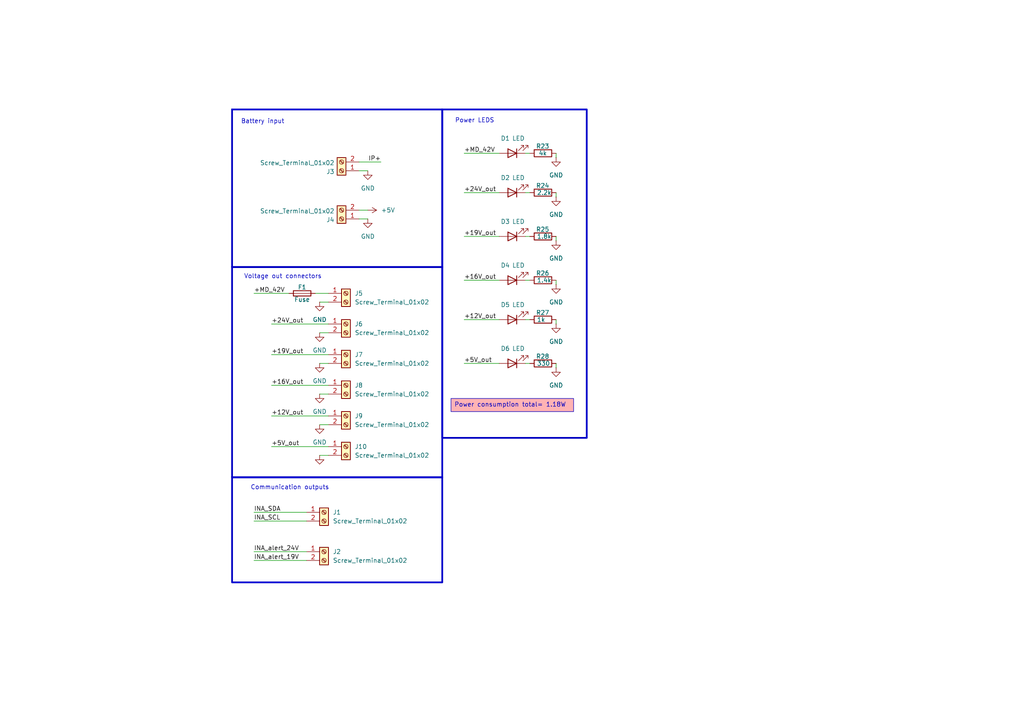
<source format=kicad_sch>
(kicad_sch (version 20231120) (generator "eeschema") (generator_version "8.0")
  (paper "A4")
  (title_block (title "Power distribution pcb") (company "Lapin AMK"))
  (lib_symbols
    (symbol "Connector:Screw_Terminal_01x02" (pin_names (offset 1.016) hide)
      (property "Reference" "J" (at 0 2.54 0))
      (property "Value" "Screw_Terminal_01x02" (at 0 -5.08 0))
      (symbol "Screw_Terminal_01x02_1_1"
        (rectangle (start -1.27 1.27) (end 1.27 -3.81) (stroke (width 0.254)) (fill (type background)))
        (circle (center 0 -2.54) (radius 0.635) (stroke (width 0.1524)))
        (polyline (pts (xy -0.5334 -2.2098) (xy 0.3302 -3.048)) (stroke (width 0.1524)))
        (polyline (pts (xy -0.5334 0.3302) (xy 0.3302 -0.508)) (stroke (width 0.1524)))
        (polyline (pts (xy -0.3556 -2.032) (xy 0.508 -2.8702)) (stroke (width 0.1524)))
        (polyline (pts (xy -0.3556 0.508) (xy 0.508 -0.3302)) (stroke (width 0.1524)))
        (circle (center 0 0) (radius 0.635) (stroke (width 0.1524)))
        (pin passive line (at -5.08 0 0) (length 3.81) (name "Pin_1") (number "1"))
        (pin passive line (at -5.08 -2.54 0) (length 3.81) (name "Pin_2") (number "2"))
      )
    )
    (symbol "Device:Fuse" (pin_numbers hide) (pin_names (offset 0))
      (property "Reference" "F" (at 2.032 0 90))
      (property "Value" "Fuse" (at -1.905 0 90))
      (symbol "Fuse_0_1"
        (rectangle (start -0.762 -2.54) (end 0.762 2.54) (stroke (width 0.254)))
        (polyline (pts (xy 0 2.54) (xy 0 -2.54)))
      )
      (symbol "Fuse_1_1"
        (pin passive line (at 0 3.81 270) (length 1.27) (name "~") (number "1"))
        (pin passive line (at 0 -3.81 90) (length 1.27) (name "~") (number "2"))
      )
    )
    (symbol "Device:LED" (pin_numbers hide) (pin_names (offset 1.016) hide)
      (property "Reference" "D" (at 0 2.54 0))
      (property "Value" "LED" (at 0 -2.54 0))
      (symbol "LED_0_1"
        (polyline (pts (xy -1.27 -1.27) (xy -1.27 1.27)) (stroke (width 0.254)))
        (polyline (pts (xy -1.27 0) (xy 1.27 0)))
        (polyline (pts (xy 1.27 -1.27) (xy 1.27 1.27) (xy -1.27 0) (xy 1.27 -1.27)) (stroke (width 0.254)))
        (polyline (pts (xy -3.048 -0.762) (xy -4.572 -2.286) (xy -3.81 -2.286) (xy -4.572 -2.286) (xy -4.572 -1.524)))
        (polyline (pts (xy -1.778 -0.762) (xy -3.302 -2.286) (xy -2.54 -2.286) (xy -3.302 -2.286) (xy -3.302 -1.524)))
      )
      (symbol "LED_1_1"
        (pin passive line (at -3.81 0 0) (length 2.54) (name "K") (number "1"))
        (pin passive line (at 3.81 0 180) (length 2.54) (name "A") (number "2"))
      )
    )
    (symbol "Device:R" (pin_numbers hide) (pin_names (offset 0))
      (property "Reference" "R" (at 2.032 0 90))
      (property "Value" "R" (at 0 0 90))
      (symbol "R_0_1"
        (rectangle (start -1.016 -2.54) (end 1.016 2.54) (stroke (width 0.254)))
      )
      (symbol "R_1_1"
        (pin passive line (at 0 3.81 270) (length 1.27) (name "~") (number "1"))
        (pin passive line (at 0 -3.81 90) (length 1.27) (name "~") (number "2"))
      )
    )
    (symbol "power:+5V" (power) (pin_numbers hide) (pin_names (offset 0) hide)
      (property "Value" "+5V" (at 0 3.556 0))
      (symbol "+5V_0_1"
        (polyline (pts (xy -0.762 1.27) (xy 0 2.54)))
        (polyline (pts (xy 0 0) (xy 0 2.54)))
        (polyline (pts (xy 0 2.54) (xy 0.762 1.27)))
      )
      (symbol "+5V_1_1"
        (pin power_in line (at 0 0 90) (length 0) (name "~") (number "1"))
      )
    )
    (symbol "power:GND" (power) (pin_numbers hide) (pin_names (offset 0) hide)
      (property "Value" "GND" (at 0 -3.81 0))
      (symbol "GND_0_1"
        (polyline (pts (xy 0 0) (xy 0 -1.27) (xy 1.27 -1.27) (xy 0 -2.54) (xy -1.27 -1.27) (xy 0 -1.27)))
      )
      (symbol "GND_1_1"
        (pin power_in line (at 0 0 270) (length 0) (name "~") (number "1"))
      )
    )
  )
  (wire (pts (xy 152.4 105.41) (xy 153.67 105.41)))
  (wire (pts (xy 134.62 81.28) (xy 144.78 81.28)))
  (wire (pts (xy 92.71 114.3) (xy 95.25 114.3)))
  (wire (pts (xy 92.71 132.08) (xy 95.25 132.08)))
  (wire (pts (xy 104.14 60.96) (xy 106.68 60.96)))
  (wire (pts (xy 152.4 81.28) (xy 153.67 81.28)))
  (wire (pts (xy 92.71 96.52) (xy 95.25 96.52)))
  (wire (pts (xy 134.62 68.58) (xy 144.78 68.58)))
  (wire (pts (xy 161.29 92.71) (xy 161.29 93.98)))
  (wire (pts (xy 78.74 129.54) (xy 95.25 129.54)))
  (wire (pts (xy 134.62 55.88) (xy 144.78 55.88)))
  (wire (pts (xy 104.14 63.5) (xy 106.68 63.5)))
  (wire (pts (xy 91.44 85.09) (xy 95.25 85.09)))
  (wire (pts (xy 134.62 44.45) (xy 144.78 44.45)))
  (wire (pts (xy 73.66 151.13) (xy 88.9 151.13)))
  (wire (pts (xy 152.4 68.58) (xy 153.67 68.58)))
  (wire (pts (xy 152.4 44.45) (xy 153.67 44.45)))
  (wire (pts (xy 92.71 123.19) (xy 95.25 123.19)))
  (wire (pts (xy 152.4 55.88) (xy 153.67 55.88)))
  (wire (pts (xy 161.29 68.58) (xy 161.29 69.85)))
  (wire (pts (xy 134.62 105.41) (xy 144.78 105.41)))
  (wire (pts (xy 161.29 105.41) (xy 161.29 106.68)))
  (wire (pts (xy 92.71 105.41) (xy 95.25 105.41)))
  (wire (pts (xy 73.66 160.02) (xy 88.9 160.02)))
  (wire (pts (xy 73.66 148.59) (xy 88.9 148.59)))
  (wire (pts (xy 161.29 55.88) (xy 161.29 57.15)))
  (wire (pts (xy 73.66 162.56) (xy 88.9 162.56)))
  (wire (pts (xy 73.66 85.09) (xy 83.82 85.09)))
  (wire (pts (xy 106.68 49.53) (xy 104.14 49.53)))
  (wire (pts (xy 78.74 111.76) (xy 95.25 111.76)))
  (wire (pts (xy 104.14 46.99) (xy 110.49 46.99)))
  (wire (pts (xy 161.29 81.28) (xy 161.29 82.55)))
  (wire (pts (xy 161.29 44.45) (xy 161.29 45.72)))
  (wire (pts (xy 134.62 92.71) (xy 144.78 92.71)))
  (wire (pts (xy 78.74 102.87) (xy 95.25 102.87)))
  (wire (pts (xy 92.71 87.63) (xy 95.25 87.63)))
  (wire (pts (xy 78.74 93.98) (xy 95.25 93.98)))
  (wire (pts (xy 152.4 92.71) (xy 153.67 92.71)))
  (wire (pts (xy 78.74 120.65) (xy 95.25 120.65)))
  (rectangle (start 128.27 31.75) (end 170.18 127) (stroke (width 0.508)))
  (rectangle (start 67.31 77.47) (end 128.27 138.43) (stroke (width 0.508)))
  (rectangle (start 67.31 138.43) (end 128.27 168.91) (stroke (width 0.508)))
  (rectangle (start 67.31 31.75) (end 128.27 77.47) (stroke (width 0.508)))
  (text_box "Power consumption total= 1.18W\n\n" (at 130.81 115.57 0) (size 35.56 3.81) (fill (type color) (color 255 0 0 0.3)) (effects (font (size 1.27 1.27)) (justify left top)))
  (text "Power LEDS\n" (at 137.668 35.052 0) (effects (font (size 1.27 1.27))))
  (text "Communication outputs\n" (at 84.074 141.478 0) (effects (font (size 1.27 1.27))))
  (text "Voltage out connectors\n" (at 82.042 80.264 0) (effects (font (size 1.27 1.27))))
  (text "Battery input\n" (at 76.2 35.306 0) (effects (font (size 1.27 1.27))))
  (label "+16V_out" (at 134.62 81.28 0))
  (label "+19V_out" (at 78.74 102.87 0))
  (label "INA_SDA" (at 73.66 148.59 0))
  (label "+5V_out" (at 78.74 129.54 0))
  (label "+12V_out" (at 134.62 92.71 0))
  (label "INA_alert_24V" (at 73.66 160.02 0))
  (label "+5V_out" (at 134.62 105.41 0))
  (label "IP+" (at 110.49 46.99 180))
  (label "INA_alert_19V" (at 73.66 162.56 0))
  (label "INA_SCL" (at 73.66 151.13 0))
  (label "+16V_out" (at 78.74 111.76 0))
  (label "+19V_out" (at 134.62 68.58 0))
  (label "+24V_out" (at 134.62 55.88 0))
  (label "+MD_42V" (at 73.66 85.09 0))
  (label "+MD_42V" (at 134.62 44.45 0))
  (label "+24V_out" (at 78.74 93.98 0))
  (label "+12V_out" (at 78.74 120.65 0))
  (symbol (lib_id "Connector:Screw_Terminal_01x02") (at 99.06 63.5 180) (unit 1)
    (property "Reference" "J4" (at 97.028 63.754 0) (effects (justify left)))
    (property "Value" "Screw_Terminal_01x02" (at 97.028 61.214 0) (effects (justify left)))
    (property "Description" "Generic screw terminal, single row, 01x02, script generated (kicad-library-utils/schlib/autogen/connector/)" (effects (hide yes)))
  )
  (symbol (lib_id "Connector:Screw_Terminal_01x02") (at 93.98 160.02 0) (unit 1)
    (property "Reference" "J2" (at 96.52 160.0199 0) (effects (justify left)))
    (property "Value" "Screw_Terminal_01x02" (at 96.52 162.5599 0) (effects (justify left)))
    (property "Description" "Generic screw terminal, single row, 01x02, script generated (kicad-library-utils/schlib/autogen/connector/)" (effects (hide yes)))
  )
  (symbol (lib_id "Device:LED") (at 148.59 55.88 180) (unit 1)
    (property "Reference" "D2" (at 146.558 51.562 0))
    (property "Value" "LED" (at 150.368 51.562 0))
    (property "Footprint" "LED_SMD:LED_0603_1608Metric_Pad1.05x0.95mm_HandSolder" (effects (hide yes)))
    (property "Description" "Light emitting diode" (effects (hide yes)))
  )
  (symbol (lib_id "Device:Fuse") (at 87.63 85.09 90) (unit 1)
    (property "Reference" "F1" (at 87.63 83.312 90))
    (property "Value" "Fuse" (at 87.63 86.868 90))
    (property "Description" "Fuse" (effects (hide yes)))
  )
  (symbol (lib_id "power:GND") (at 92.71 132.08 0) (unit 1)
    (property "Reference" "#PWR030" (effects (hide yes)))
    (property "Value" "GND" (effects (hide yes)))
    (property "Description" "Power symbol creates a global label with name \"GND\" , ground" (effects (hide yes)))
  )
  (symbol (lib_id "power:GND") (at 106.68 49.53 0) (unit 1)
    (property "Reference" "#PWR031" (effects (hide yes)))
    (property "Value" "GND" (at 106.68 54.61 0))
    (property "Description" "Power symbol creates a global label with name \"GND\" , ground" (effects (hide yes)))
  )
  (symbol (lib_id "Connector:Screw_Terminal_01x02") (at 100.33 102.87 0) (unit 1)
    (property "Reference" "J7" (at 102.87 102.8699 0) (effects (justify left)))
    (property "Value" "Screw_Terminal_01x02" (at 102.87 105.4099 0) (effects (justify left)))
    (property "Description" "Generic screw terminal, single row, 01x02, script generated (kicad-library-utils/schlib/autogen/connector/)" (effects (hide yes)))
  )
  (symbol (lib_id "power:GND") (at 92.71 105.41 0) (unit 1)
    (property "Reference" "#PWR03" (effects (hide yes)))
    (property "Value" "GND" (at 92.71 110.49 0))
    (property "Description" "Power symbol creates a global label with name \"GND\" , ground" (effects (hide yes)))
  )
  (symbol (lib_id "Device:R") (at 157.48 92.71 270) (unit 1)
    (property "Reference" "R27" (at 155.448 90.678 90) (effects (justify left)))
    (property "Value" "1k" (at 155.702 92.71 90) (effects (justify left)))
    (property "Footprint" "Resistor_SMD:R_0603_1608Metric_Pad0.98x0.95mm_HandSolder" (effects (hide yes)))
    (property "Description" "Resistor" (effects (hide yes)))
  )
  (symbol (lib_id "Connector:Screw_Terminal_01x02") (at 100.33 85.09 0) (unit 1)
    (property "Reference" "J5" (at 102.87 85.0899 0) (effects (justify left)))
    (property "Value" "Screw_Terminal_01x02" (at 102.87 87.6299 0) (effects (justify left)))
    (property "Description" "Generic screw terminal, single row, 01x02, script generated (kicad-library-utils/schlib/autogen/connector/)" (effects (hide yes)))
  )
  (symbol (lib_id "Connector:Screw_Terminal_01x02") (at 100.33 129.54 0) (unit 1)
    (property "Reference" "J10" (at 102.87 129.5399 0) (effects (justify left)))
    (property "Value" "Screw_Terminal_01x02" (at 102.87 132.0799 0) (effects (justify left)))
    (property "Description" "Generic screw terminal, single row, 01x02, script generated (kicad-library-utils/schlib/autogen/connector/)" (effects (hide yes)))
  )
  (symbol (lib_id "power:GND") (at 92.71 96.52 0) (unit 1)
    (property "Reference" "#PWR02" (effects (hide yes)))
    (property "Value" "GND" (at 92.71 101.6 0))
    (property "Description" "Power symbol creates a global label with name \"GND\" , ground" (effects (hide yes)))
  )
  (symbol (lib_id "Connector:Screw_Terminal_01x02") (at 99.06 49.53 180) (unit 1)
    (property "Reference" "J3" (at 97.028 49.784 0) (effects (justify left)))
    (property "Value" "Screw_Terminal_01x02" (at 97.028 47.244 0) (effects (justify left)))
    (property "Description" "Generic screw terminal, single row, 01x02, script generated (kicad-library-utils/schlib/autogen/connector/)" (effects (hide yes)))
  )
  (symbol (lib_id "Device:LED") (at 148.59 92.71 180) (unit 1)
    (property "Reference" "D5" (at 146.558 88.392 0))
    (property "Value" "LED" (at 150.368 88.392 0))
    (property "Footprint" "LED_SMD:LED_0603_1608Metric_Pad1.05x0.95mm_HandSolder" (effects (hide yes)))
    (property "Description" "Light emitting diode" (effects (hide yes)))
  )
  (symbol (lib_id "Device:LED") (at 148.59 44.45 180) (unit 1)
    (property "Reference" "D1" (at 146.558 40.132 0))
    (property "Value" "LED" (at 150.368 40.132 0))
    (property "Footprint" "LED_SMD:LED_0603_1608Metric_Pad1.05x0.95mm_HandSolder" (effects (hide yes)))
    (property "Description" "Light emitting diode" (effects (hide yes)))
  )
  (symbol (lib_id "Device:LED") (at 148.59 105.41 180) (unit 1)
    (property "Reference" "D6" (at 146.558 101.092 0))
    (property "Value" "LED" (at 150.368 101.092 0))
    (property "Footprint" "LED_SMD:LED_0603_1608Metric_Pad1.05x0.95mm_HandSolder" (effects (hide yes)))
    (property "Description" "Light emitting diode" (effects (hide yes)))
  )
  (symbol (lib_id "power:GND") (at 161.29 106.68 0) (unit 1)
    (property "Reference" "#PWR038" (effects (hide yes)))
    (property "Value" "GND" (at 161.29 111.76 0))
    (property "Description" "Power symbol creates a global label with name \"GND\" , ground" (effects (hide yes)))
  )
  (symbol (lib_id "power:GND") (at 161.29 82.55 0) (unit 1)
    (property "Reference" "#PWR036" (effects (hide yes)))
    (property "Value" "GND" (at 161.29 87.63 0))
    (property "Description" "Power symbol creates a global label with name \"GND\" , ground" (effects (hide yes)))
  )
  (symbol (lib_id "power:+5V") (at 106.68 60.96 270) (unit 1)
    (property "Reference" "#PWR032" (effects (hide yes)))
    (property "Value" "+5V" (at 110.49 60.9599 90) (effects (justify left)))
    (property "Description" "Power symbol creates a global label with name \"+5V\"" (effects (hide yes)))
  )
  (symbol (lib_id "power:GND") (at 92.71 123.19 0) (unit 1)
    (property "Reference" "#PWR029" (effects (hide yes)))
    (property "Value" "GND" (at 92.71 128.27 0))
    (property "Description" "Power symbol creates a global label with name \"GND\" , ground" (effects (hide yes)))
  )
  (symbol (lib_id "Device:R") (at 157.48 81.28 270) (unit 1)
    (property "Reference" "R26" (at 155.448 79.248 90) (effects (justify left)))
    (property "Value" "1.4k" (at 155.702 81.28 90) (effects (justify left)))
    (property "Footprint" "Resistor_SMD:R_0603_1608Metric_Pad0.98x0.95mm_HandSolder" (effects (hide yes)))
    (property "Description" "Resistor" (effects (hide yes)))
  )
  (symbol (lib_id "Connector:Screw_Terminal_01x02") (at 100.33 111.76 0) (unit 1)
    (property "Reference" "J8" (at 102.87 111.7599 0) (effects (justify left)))
    (property "Value" "Screw_Terminal_01x02" (at 102.87 114.2999 0) (effects (justify left)))
    (property "Description" "Generic screw terminal, single row, 01x02, script generated (kicad-library-utils/schlib/autogen/connector/)" (effects (hide yes)))
  )
  (symbol (lib_id "Device:R") (at 157.48 55.88 270) (unit 1)
    (property "Reference" "R24" (at 155.448 53.848 90) (effects (justify left)))
    (property "Value" "2.2k" (at 155.702 55.88 90) (effects (justify left)))
    (property "Footprint" "Resistor_SMD:R_0603_1608Metric_Pad0.98x0.95mm_HandSolder" (effects (hide yes)))
    (property "Description" "Resistor" (effects (hide yes)))
  )
  (symbol (lib_id "Device:LED") (at 148.59 81.28 180) (unit 1)
    (property "Reference" "D4" (at 146.558 76.962 0))
    (property "Value" "LED" (at 150.368 76.962 0))
    (property "Footprint" "Resistor_SMD:R_0603_1608Metric_Pad0.98x0.95mm_HandSolder" (effects (hide yes)))
    (property "Description" "Light emitting diode" (effects (hide yes)))
  )
  (symbol (lib_id "power:GND") (at 92.71 87.63 0) (unit 1)
    (property "Reference" "#PWR01" (effects (hide yes)))
    (property "Value" "GND" (at 92.71 92.71 0))
    (property "Description" "Power symbol creates a global label with name \"GND\" , ground" (effects (hide yes)))
  )
  (symbol (lib_id "Connector:Screw_Terminal_01x02") (at 100.33 93.98 0) (unit 1)
    (property "Reference" "J6" (at 102.87 93.9799 0) (effects (justify left)))
    (property "Value" "Screw_Terminal_01x02" (at 102.87 96.5199 0) (effects (justify left)))
    (property "Description" "Generic screw terminal, single row, 01x02, script generated (kicad-library-utils/schlib/autogen/connector/)" (effects (hide yes)))
  )
  (symbol (lib_id "power:GND") (at 161.29 69.85 0) (unit 1)
    (property "Reference" "#PWR035" (effects (hide yes)))
    (property "Value" "GND" (at 161.29 74.93 0))
    (property "Description" "Power symbol creates a global label with name \"GND\" , ground" (effects (hide yes)))
  )
  (symbol (lib_id "Device:R") (at 157.48 105.41 270) (unit 1)
    (property "Reference" "R28" (at 155.448 103.378 90) (effects (justify left)))
    (property "Value" "330" (at 155.702 105.41 90) (effects (justify left)))
    (property "Footprint" "Resistor_SMD:R_0603_1608Metric_Pad0.98x0.95mm_HandSolder" (effects (hide yes)))
    (property "Description" "Resistor" (effects (hide yes)))
  )
  (symbol (lib_id "power:GND") (at 92.71 114.3 0) (unit 1)
    (property "Reference" "#PWR028" (effects (hide yes)))
    (property "Value" "GND" (at 92.71 119.38 0))
    (property "Description" "Power symbol creates a global label with name \"GND\" , ground" (effects (hide yes)))
  )
  (symbol (lib_id "power:GND") (at 161.29 93.98 0) (unit 1)
    (property "Reference" "#PWR037" (effects (hide yes)))
    (property "Value" "GND" (at 161.29 99.06 0))
    (property "Description" "Power symbol creates a global label with name \"GND\" , ground" (effects (hide yes)))
  )
  (symbol (lib_id "Connector:Screw_Terminal_01x02") (at 100.33 120.65 0) (unit 1)
    (property "Reference" "J9" (at 102.87 120.6499 0) (effects (justify left)))
    (property "Value" "Screw_Terminal_01x02" (at 102.87 123.1899 0) (effects (justify left)))
    (property "Description" "Generic screw terminal, single row, 01x02, script generated (kicad-library-utils/schlib/autogen/connector/)" (effects (hide yes)))
  )
  (symbol (lib_id "power:GND") (at 106.68 63.5 0) (unit 1)
    (property "Reference" "#PWR053" (effects (hide yes)))
    (property "Value" "GND" (at 106.68 68.58 0))
    (property "Description" "Power symbol creates a global label with name \"GND\" , ground" (effects (hide yes)))
  )
  (symbol (lib_id "Device:LED") (at 148.59 68.58 180) (unit 1)
    (property "Reference" "D3" (at 146.558 64.262 0))
    (property "Value" "LED" (at 150.368 64.262 0))
    (property "Footprint" "LED_SMD:LED_0603_1608Metric_Pad1.05x0.95mm_HandSolder" (effects (hide yes)))
    (property "Description" "Light emitting diode" (effects (hide yes)))
  )
  (symbol (lib_id "Device:R") (at 157.48 44.45 270) (unit 1)
    (property "Reference" "R23" (at 155.448 42.418 90) (effects (justify left)))
    (property "Value" "4k" (at 156.21 44.45 90) (effects (justify left)))
    (property "Footprint" "Resistor_SMD:R_0603_1608Metric_Pad0.98x0.95mm_HandSolder" (effects (hide yes)))
    (property "Description" "Resistor" (effects (hide yes)))
  )
  (symbol (lib_id "power:GND") (at 161.29 57.15 0) (unit 1)
    (property "Reference" "#PWR034" (effects (hide yes)))
    (property "Value" "GND" (at 161.29 62.23 0))
    (property "Description" "Power symbol creates a global label with name \"GND\" , ground" (effects (hide yes)))
  )
  (symbol (lib_id "Device:R") (at 157.48 68.58 270) (unit 1)
    (property "Reference" "R25" (at 155.448 66.548 90) (effects (justify left)))
    (property "Value" "1.8k" (at 155.702 68.58 90) (effects (justify left)))
    (property "Footprint" "Resistor_SMD:R_0603_1608Metric_Pad0.98x0.95mm_HandSolder" (effects (hide yes)))
    (property "Description" "Resistor" (effects (hide yes)))
  )
  (symbol (lib_id "power:GND") (at 161.29 45.72 0) (unit 1)
    (property "Reference" "#PWR033" (effects (hide yes)))
    (property "Value" "GND" (at 161.29 50.8 0))
    (property "Description" "Power symbol creates a global label with name \"GND\" , ground" (effects (hide yes)))
  )
  (symbol (lib_id "Connector:Screw_Terminal_01x02") (at 93.98 148.59 0) (unit 1)
    (property "Reference" "J1" (at 96.52 148.5899 0) (effects (justify left)))
    (property "Value" "Screw_Terminal_01x02" (at 96.52 151.1299 0) (effects (justify left)))
    (property "Description" "Generic screw terminal, single row, 01x02, script generated (kicad-library-utils/schlib/autogen/connector/)" (effects (hide yes)))
  )
)
</source>
